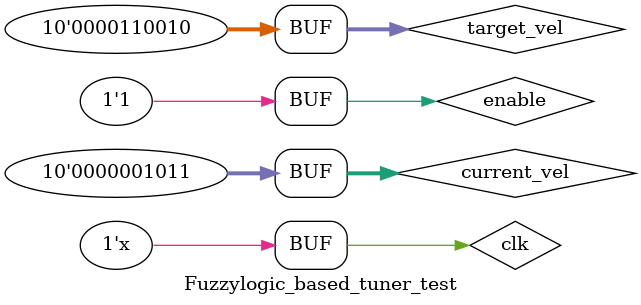
<source format=v>
`timescale 1ns / 1ps


module Fuzzylogic_based_tuner_test;

	// Inputs
	reg [9:0] target_vel;
	reg [9:0] current_vel;
	reg clk;
	reg enable;

	// Outputs
	wire [3:0] Kp;
	wire [3:0] Kd;

	// Instantiate the Unit Under Test (UUT)
	Fuzzy_logic_based_tuner uut (
		.target_vel(target_vel), 
		.current_vel(current_vel), 
		.Kp(Kp), 
		.Kd(Kd), 
		.clk(clk), 
		.enable(enable)
	);

	initial begin
		// Initialize Inputs
		target_vel = 0;
		current_vel = 0;
		clk = 0;
		enable = 0;

		// Wait 100 ns for global reset to finish
		#100;
		enable = 1;
		#10;
		target_vel = 50;
		current_vel = 11;
		
		// Add stimulus here

	end
	
	always begin
	
   #20   clk= ~clk;
	
	end
      
endmodule


</source>
